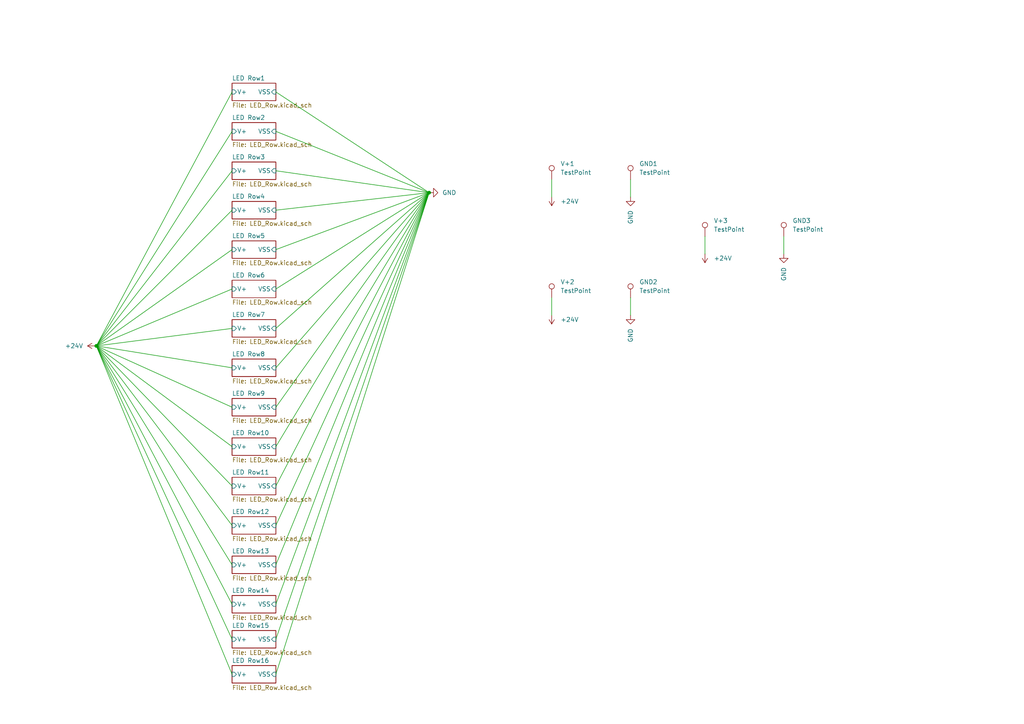
<source format=kicad_sch>
(kicad_sch (version 20211123) (generator eeschema)
  (paper "A4")
  (lib_symbols
    (symbol "Connector:TestPoint" (pin_numbers hide) (pin_names (offset 0.762) hide)
      (property "Reference" "TP" (at 0 6.858 0))
      (property "Value" "TestPoint" (at 0 5.08 0))
      (symbol "TestPoint_0_1"
        (circle (center 0 3.302) (radius 0.762))
      )
      (symbol "TestPoint_1_1"
        (pin passive line (at 0 0 90) (length 2.54) (name "1") (number "1"))
      )
    )
    (symbol "power:+24V" (power) (pin_names (offset 0))
      (property "Value" "+24V" (at 0 3.556 0))
      (symbol "+24V_0_1"
        (polyline (pts (xy -0.762 1.27) (xy 0 2.54)))
        (polyline (pts (xy 0 0) (xy 0 2.54)))
        (polyline (pts (xy 0 2.54) (xy 0.762 1.27)))
      )
      (symbol "+24V_1_1"
        (pin power_in line (at 0 0 90) (length 0) hide (name "+24V") (number "1"))
      )
    )
    (symbol "power:GND" (power) (pin_names (offset 0))
      (property "Value" "GND" (at 0 -3.81 0))
      (symbol "GND_0_1"
        (polyline (pts (xy 0 0) (xy 0 -1.27) (xy 1.27 -1.27) (xy 0 -2.54) (xy -1.27 -1.27) (xy 0 -1.27)))
      )
      (symbol "GND_1_1"
        (pin power_in line (at 0 0 270) (length 0) hide (name "GND") (number "1"))
      )
    )
  )
  (junction (at 124.46 55.88))
  (junction (at 27.94 100.33))
  (wire (pts (xy 80.01 38.1) (xy 124.46 55.88)))
  (wire (pts (xy 80.01 26.67) (xy 124.46 55.88)))
  (wire (pts (xy 204.47 73.66) (xy 204.47 68.58)))
  (wire (pts (xy 67.31 195.58) (xy 27.94 100.33)))
  (wire (pts (xy 80.01 195.58) (xy 124.46 55.88)))
  (wire (pts (xy 27.94 100.33) (xy 67.31 140.97)))
  (wire (pts (xy 80.01 95.25) (xy 124.46 55.88)))
  (wire (pts (xy 67.31 185.42) (xy 27.94 100.33)))
  (wire (pts (xy 227.33 73.66) (xy 227.33 68.58)))
  (wire (pts (xy 160.02 91.44) (xy 160.02 86.36)))
  (wire (pts (xy 27.94 100.33) (xy 67.31 95.25)))
  (wire (pts (xy 80.01 163.83) (xy 124.46 55.88)))
  (wire (pts (xy 182.88 91.44) (xy 182.88 86.36)))
  (wire (pts (xy 80.01 83.82) (xy 124.46 55.88)))
  (wire (pts (xy 27.94 100.33) (xy 67.31 106.68)))
  (wire (pts (xy 27.94 100.33) (xy 67.31 118.11)))
  (wire (pts (xy 80.01 106.68) (xy 124.46 55.88)))
  (wire (pts (xy 80.01 60.96) (xy 124.46 55.88)))
  (wire (pts (xy 160.02 57.15) (xy 160.02 52.07)))
  (wire (pts (xy 27.94 100.33) (xy 67.31 72.39)))
  (wire (pts (xy 80.01 185.42) (xy 124.46 55.88)))
  (wire (pts (xy 182.88 57.15) (xy 182.88 52.07)))
  (wire (pts (xy 27.94 100.33) (xy 67.31 26.67)))
  (wire (pts (xy 80.01 175.26) (xy 124.46 55.88)))
  (wire (pts (xy 80.01 118.11) (xy 124.46 55.88)))
  (wire (pts (xy 67.31 175.26) (xy 27.94 100.33)))
  (wire (pts (xy 27.94 100.33) (xy 67.31 49.53)))
  (wire (pts (xy 80.01 129.54) (xy 124.46 55.88)))
  (wire (pts (xy 27.94 100.33) (xy 67.31 60.96)))
  (wire (pts (xy 27.94 100.33) (xy 67.31 38.1)))
  (wire (pts (xy 80.01 140.97) (xy 124.46 55.88)))
  (wire (pts (xy 80.01 49.53) (xy 124.46 55.88)))
  (wire (pts (xy 67.31 163.83) (xy 27.94 100.33)))
  (wire (pts (xy 80.01 152.4) (xy 124.46 55.88)))
  (wire (pts (xy 67.31 152.4) (xy 27.94 100.33)))
  (wire (pts (xy 27.94 100.33) (xy 67.31 129.54)))
  (wire (pts (xy 27.94 100.33) (xy 67.31 83.82)))
  (wire (pts (xy 80.01 72.39) (xy 124.46 55.88)))
  (symbol (lib_id "Connector:TestPoint") (at 160.02 86.36 0) (unit 1)
    (property "Reference" "V+2" (at 162.56 81.7879 0) (effects (justify left)))
    (property "Value" "TestPoint" (at 162.56 84.3279 0) (effects (justify left)))
    (property "Footprint" "TestPoint:TestPoint_Pad_D4.0mm" (effects hide))
  )
  (symbol (lib_id "Connector:TestPoint") (at 182.88 86.36 0) (unit 1)
    (property "Reference" "GND2" (at 185.42 81.7879 0) (effects (justify left)))
    (property "Value" "TestPoint" (at 185.42 84.3279 0) (effects (justify left)))
    (property "Footprint" "TestPoint:TestPoint_Pad_D4.0mm" (effects hide))
  )
  (symbol (lib_id "power:+24V") (at 160.02 57.15 180) (unit 1)
    (property "Reference" "#PWR03" (effects hide))
    (property "Value" "+24V" (at 162.56 58.4199 0) (effects (justify right)))
  )
  (symbol (lib_id "power:GND") (at 182.88 91.44 0) (unit 1)
    (property "Reference" "#PWR06" (effects hide))
    (property "Value" "GND" (at 182.8801 95.25 90) (effects (justify right)))
  )
  (symbol (lib_id "Connector:TestPoint") (at 227.33 68.58 0) (unit 1)
    (property "Reference" "GND3" (at 229.87 64.0079 0) (effects (justify left)))
    (property "Value" "TestPoint" (at 229.87 66.5479 0) (effects (justify left)))
    (property "Footprint" "TestPoint:TestPoint_Pad_D4.0mm" (effects hide))
  )
  (symbol (lib_id "power:GND") (at 182.88 57.15 0) (unit 1)
    (property "Reference" "#PWR05" (effects hide))
    (property "Value" "GND" (at 182.8801 60.96 90) (effects (justify right)))
  )
  (symbol (lib_id "Connector:TestPoint") (at 204.47 68.58 0) (unit 1)
    (property "Reference" "V+3" (at 207.01 64.0079 0) (effects (justify left)))
    (property "Value" "TestPoint" (at 207.01 66.5479 0) (effects (justify left)))
    (property "Footprint" "TestPoint:TestPoint_Pad_D4.0mm" (effects hide))
  )
  (symbol (lib_id "power:GND") (at 227.33 73.66 0) (unit 1)
    (property "Reference" "#PWR08" (effects hide))
    (property "Value" "GND" (at 227.3301 77.47 90) (effects (justify right)))
  )
  (symbol (lib_id "power:GND") (at 124.46 55.88 90) (unit 1)
    (property "Reference" "#PWR02" (effects hide))
    (property "Value" "GND" (at 128.27 55.8799 90) (effects (justify right)))
  )
  (symbol (lib_id "power:+24V") (at 27.94 100.33 90) (unit 1)
    (property "Reference" "#PWR01" (effects hide))
    (property "Value" "+24V" (at 24.13 100.3299 90) (effects (justify left)))
  )
  (symbol (lib_id "Connector:TestPoint") (at 160.02 52.07 0) (unit 1)
    (property "Reference" "V+1" (at 162.56 47.4979 0) (effects (justify left)))
    (property "Value" "TestPoint" (at 162.56 50.0379 0) (effects (justify left)))
    (property "Footprint" "TestPoint:TestPoint_Pad_D4.0mm" (effects hide))
  )
  (symbol (lib_id "power:+24V") (at 160.02 91.44 180) (unit 1)
    (property "Reference" "#PWR04" (effects hide))
    (property "Value" "+24V" (at 162.56 92.7099 0) (effects (justify right)))
  )
  (symbol (lib_id "Connector:TestPoint") (at 182.88 52.07 0) (unit 1)
    (property "Reference" "GND1" (at 185.42 47.4979 0) (effects (justify left)))
    (property "Value" "TestPoint" (at 185.42 50.0379 0) (effects (justify left)))
    (property "Footprint" "TestPoint:TestPoint_Pad_D4.0mm" (effects hide))
  )
  (symbol (lib_id "power:+24V") (at 204.47 73.66 180) (unit 1)
    (property "Reference" "#PWR07" (effects hide))
    (property "Value" "+24V" (at 207.01 74.9299 0) (effects (justify right)))
  )
  (sheet (at 67.31 161.29) (size 12.7 5.08) (stroke (width 0.1524))
    (property "Sheet name" "LED Row13" (at 67.31 160.5784 0) (effects (justify left bottom)))
    (property "Sheet file" "LED_Row.kicad_sch" (at 67.31 166.9546 0) (effects (justify left top)))
    (pin "V+" input (at 67.31 163.83 180))
    (pin "VSS" input (at 80.01 163.83 0))
  )
  (sheet (at 67.31 127) (size 12.7 5.08) (stroke (width 0.1524))
    (property "Sheet name" "LED Row10" (at 67.31 126.2884 0) (effects (justify left bottom)))
    (property "Sheet file" "LED_Row.kicad_sch" (at 67.31 132.6646 0) (effects (justify left top)))
    (pin "V+" input (at 67.31 129.54 180))
    (pin "VSS" input (at 80.01 129.54 0))
  )
  (sheet (at 67.31 172.72) (size 12.7 5.08) (stroke (width 0.1524))
    (property "Sheet name" "LED Row14" (at 67.31 172.0084 0) (effects (justify left bottom)))
    (property "Sheet file" "LED_Row.kicad_sch" (at 67.31 178.3846 0) (effects (justify left top)))
    (pin "V+" input (at 67.31 175.26 180))
    (pin "VSS" input (at 80.01 175.26 0))
  )
  (sheet (at 67.31 35.56) (size 12.7 5.08) (stroke (width 0.1524))
    (property "Sheet name" "LED Row2" (at 67.31 34.8484 0) (effects (justify left bottom)))
    (property "Sheet file" "LED_Row.kicad_sch" (at 67.31 41.2246 0) (effects (justify left top)))
    (pin "V+" input (at 67.31 38.1 180))
    (pin "VSS" input (at 80.01 38.1 0))
  )
  (sheet (at 67.31 24.13) (size 12.7 5.08) (stroke (width 0.1524))
    (property "Sheet name" "LED Row1" (at 67.31 23.4184 0) (effects (justify left bottom)))
    (property "Sheet file" "LED_Row.kicad_sch" (at 67.31 29.7946 0) (effects (justify left top)))
    (pin "V+" input (at 67.31 26.67 180))
    (pin "VSS" input (at 80.01 26.67 0))
  )
  (sheet (at 67.31 138.43) (size 12.7 5.08) (stroke (width 0.1524))
    (property "Sheet name" "LED Row11" (at 67.31 137.7184 0) (effects (justify left bottom)))
    (property "Sheet file" "LED_Row.kicad_sch" (at 67.31 144.0946 0) (effects (justify left top)))
    (pin "V+" input (at 67.31 140.97 180))
    (pin "VSS" input (at 80.01 140.97 0))
  )
  (sheet (at 67.31 115.57) (size 12.7 5.08) (stroke (width 0.1524))
    (property "Sheet name" "LED Row9" (at 67.31 114.8584 0) (effects (justify left bottom)))
    (property "Sheet file" "LED_Row.kicad_sch" (at 67.31 121.2346 0) (effects (justify left top)))
    (pin "V+" input (at 67.31 118.11 180))
    (pin "VSS" input (at 80.01 118.11 0))
  )
  (sheet (at 67.31 81.28) (size 12.7 5.08) (stroke (width 0.1524))
    (property "Sheet name" "LED Row6" (at 67.31 80.5684 0) (effects (justify left bottom)))
    (property "Sheet file" "LED_Row.kicad_sch" (at 67.31 86.9446 0) (effects (justify left top)))
    (pin "V+" input (at 67.31 83.82 180))
    (pin "VSS" input (at 80.01 83.82 0))
  )
  (sheet (at 67.31 149.86) (size 12.7 5.08) (stroke (width 0.1524))
    (property "Sheet name" "LED Row12" (at 67.31 149.1484 0) (effects (justify left bottom)))
    (property "Sheet file" "LED_Row.kicad_sch" (at 67.31 155.5246 0) (effects (justify left top)))
    (pin "V+" input (at 67.31 152.4 180))
    (pin "VSS" input (at 80.01 152.4 0))
  )
  (sheet (at 67.31 92.71) (size 12.7 5.08) (stroke (width 0.1524))
    (property "Sheet name" "LED Row7" (at 67.31 91.9984 0) (effects (justify left bottom)))
    (property "Sheet file" "LED_Row.kicad_sch" (at 67.31 98.3746 0) (effects (justify left top)))
    (pin "V+" input (at 67.31 95.25 180))
    (pin "VSS" input (at 80.01 95.25 0))
  )
  (sheet (at 67.31 69.85) (size 12.7 5.08) (stroke (width 0.1524))
    (property "Sheet name" "LED Row5" (at 67.31 69.1384 0) (effects (justify left bottom)))
    (property "Sheet file" "LED_Row.kicad_sch" (at 67.31 75.5146 0) (effects (justify left top)))
    (pin "V+" input (at 67.31 72.39 180))
    (pin "VSS" input (at 80.01 72.39 0))
  )
  (sheet (at 67.31 193.04) (size 12.7 5.08) (stroke (width 0.1524))
    (property "Sheet name" "LED Row16" (at 67.31 192.3284 0) (effects (justify left bottom)))
    (property "Sheet file" "LED_Row.kicad_sch" (at 67.31 198.7046 0) (effects (justify left top)))
    (pin "V+" input (at 67.31 195.58 180))
    (pin "VSS" input (at 80.01 195.58 0))
  )
  (sheet (at 67.31 58.42) (size 12.7 5.08) (stroke (width 0.1524))
    (property "Sheet name" "LED Row4" (at 67.31 57.7084 0) (effects (justify left bottom)))
    (property "Sheet file" "LED_Row.kicad_sch" (at 67.31 64.0846 0) (effects (justify left top)))
    (pin "V+" input (at 67.31 60.96 180))
    (pin "VSS" input (at 80.01 60.96 0))
  )
  (sheet (at 67.31 104.14) (size 12.7 5.08) (stroke (width 0.1524))
    (property "Sheet name" "LED Row8" (at 67.31 103.4284 0) (effects (justify left bottom)))
    (property "Sheet file" "LED_Row.kicad_sch" (at 67.31 109.8046 0) (effects (justify left top)))
    (pin "V+" input (at 67.31 106.68 180))
    (pin "VSS" input (at 80.01 106.68 0))
  )
  (sheet (at 67.31 182.88) (size 12.7 5.08) (stroke (width 0.1524))
    (property "Sheet name" "LED Row15" (at 67.31 182.1684 0) (effects (justify left bottom)))
    (property "Sheet file" "LED_Row.kicad_sch" (at 67.31 188.5446 0) (effects (justify left top)))
    (pin "V+" input (at 67.31 185.42 180))
    (pin "VSS" input (at 80.01 185.42 0))
  )
  (sheet (at 67.31 46.99) (size 12.7 5.08) (stroke (width 0.1524))
    (property "Sheet name" "LED Row3" (at 67.31 46.2784 0) (effects (justify left bottom)))
    (property "Sheet file" "LED_Row.kicad_sch" (at 67.31 52.6546 0) (effects (justify left top)))
    (pin "V+" input (at 67.31 49.53 180))
    (pin "VSS" input (at 80.01 49.53 0))
  )
)
</source>
